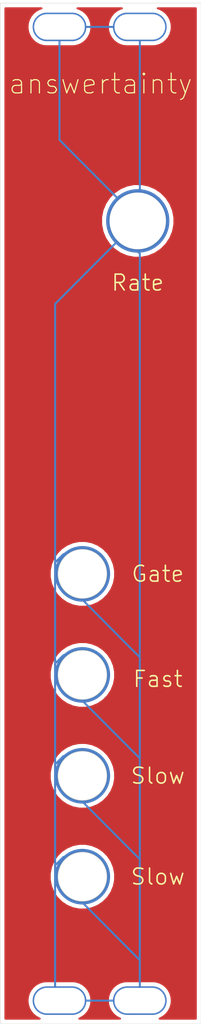
<source format=kicad_pcb>
(kicad_pcb (version 20171130) (host pcbnew "(5.1.6)-1")

  (general
    (thickness 1.6)
    (drawings 15)
    (tracks 35)
    (zones 0)
    (modules 9)
    (nets 1)
  )

  (page A4)
  (layers
    (0 F.Cu signal)
    (31 B.Cu signal)
    (32 B.Adhes user)
    (33 F.Adhes user)
    (34 B.Paste user)
    (35 F.Paste user)
    (36 B.SilkS user)
    (37 F.SilkS user)
    (38 B.Mask user)
    (39 F.Mask user)
    (40 Dwgs.User user)
    (41 Cmts.User user)
    (42 Eco1.User user)
    (43 Eco2.User user)
    (44 Edge.Cuts user)
    (45 Margin user)
    (46 B.CrtYd user)
    (47 F.CrtYd user)
    (48 B.Fab user)
    (49 F.Fab user)
  )

  (setup
    (last_trace_width 0.25)
    (trace_clearance 0.2)
    (zone_clearance 0.508)
    (zone_45_only no)
    (trace_min 0.2)
    (via_size 0.8)
    (via_drill 0.4)
    (via_min_size 0.4)
    (via_min_drill 0.3)
    (uvia_size 0.3)
    (uvia_drill 0.1)
    (uvias_allowed no)
    (uvia_min_size 0.2)
    (uvia_min_drill 0.1)
    (edge_width 0.05)
    (segment_width 0.2)
    (pcb_text_width 0.3)
    (pcb_text_size 1.5 1.5)
    (mod_edge_width 0.12)
    (mod_text_size 1 1)
    (mod_text_width 0.15)
    (pad_size 6.1 6.1)
    (pad_drill 0.762)
    (pad_to_mask_clearance 0.05)
    (aux_axis_origin 0 0)
    (visible_elements 7FFFEFFF)
    (pcbplotparams
      (layerselection 0x010f0_ffffffff)
      (usegerberextensions false)
      (usegerberattributes true)
      (usegerberadvancedattributes true)
      (creategerberjobfile true)
      (excludeedgelayer true)
      (linewidth 0.100000)
      (plotframeref false)
      (viasonmask false)
      (mode 1)
      (useauxorigin false)
      (hpglpennumber 1)
      (hpglpenspeed 20)
      (hpglpendiameter 15.000000)
      (psnegative false)
      (psa4output false)
      (plotreference true)
      (plotvalue true)
      (plotinvisibletext false)
      (padsonsilk false)
      (subtractmaskfromsilk false)
      (outputformat 1)
      (mirror false)
      (drillshape 0)
      (scaleselection 1)
      (outputdirectory "../gerbers/front panel/"))
  )

  (net 0 "")

  (net_class Default "This is the default net class."
    (clearance 0.2)
    (trace_width 0.25)
    (via_dia 0.8)
    (via_drill 0.4)
    (uvia_dia 0.3)
    (uvia_drill 0.1)
  )

  (module PJ302M:pot_hole_7.1 (layer F.Cu) (tedit 5F259599) (tstamp 5F238073)
    (at 119 78.22)
    (fp_text reference REF** (at 0 0.5) (layer F.Fab)
      (effects (font (size 1 1) (thickness 0.15)))
    )
    (fp_text value pot_hole_7.1 (at 0 -5.08) (layer F.Fab)
      (effects (font (size 1 1) (thickness 0.15)))
    )
    (pad "" np_thru_hole circle (at 0 0) (size 8 8) (drill 7.1) (layers *.Cu *.Mask))
  )

  (module PJ302M:jack_hole_6.1 (layer F.Cu) (tedit 5F25956A) (tstamp 5F238207)
    (at 112 122.65)
    (fp_text reference REF** (at 0 0.5) (layer F.Fab)
      (effects (font (size 1 1) (thickness 0.15)))
    )
    (fp_text value jack_hole_6.1 (at 0 -3.81) (layer F.Fab)
      (effects (font (size 1 1) (thickness 0.15)))
    )
    (pad "" np_thru_hole circle (at 0 0 90) (size 7 7) (drill 6.1) (layers *.Cu *.Mask))
  )

  (module PJ302M:jack_hole_6.1 (layer F.Cu) (tedit 5F25956A) (tstamp 5F23822E)
    (at 112 135.37)
    (fp_text reference REF** (at 0 0.5) (layer F.SilkS)
      (effects (font (size 1 1) (thickness 0.15)))
    )
    (fp_text value jack_hole_6.1 (at 0 -3.81) (layer F.Fab)
      (effects (font (size 1 1) (thickness 0.15)))
    )
    (pad "" np_thru_hole circle (at 0 0 90) (size 7 7) (drill 6.1) (layers *.Cu *.Mask))
  )

  (module PJ302M:jack_hole_6.1 (layer F.Cu) (tedit 5F25956A) (tstamp 5F23825D)
    (at 112 148.07)
    (fp_text reference REF** (at 0 0.5) (layer F.SilkS)
      (effects (font (size 1 1) (thickness 0.15)))
    )
    (fp_text value jack_hole_6.1 (at 0 -3.81) (layer F.Fab)
      (effects (font (size 1 1) (thickness 0.15)))
    )
    (pad "" np_thru_hole circle (at 0 0 90) (size 7 7) (drill 6.1) (layers *.Cu *.Mask))
  )

  (module PJ302M:jack_hole_6.1 (layer F.Cu) (tedit 5F25956A) (tstamp 5F23826C)
    (at 112 160.77)
    (fp_text reference REF** (at 0 0.5) (layer F.SilkS)
      (effects (font (size 1 1) (thickness 0.15)))
    )
    (fp_text value jack_hole_6.1 (at 0 -3.81) (layer F.Fab)
      (effects (font (size 1 1) (thickness 0.15)))
    )
    (pad "" np_thru_hole circle (at 0 0 90) (size 7 7) (drill 6.1) (layers *.Cu *.Mask))
  )

  (module PJ302M:screw_hole_3.2 (layer F.Cu) (tedit 5F2595AA) (tstamp 5F24CA6F)
    (at 109.1 53.8)
    (fp_text reference REF** (at 0 0.5) (layer F.SilkS)
      (effects (font (size 1 1) (thickness 0.15)))
    )
    (fp_text value screw_hole_3.2 (at 0 -2.54) (layer F.Fab)
      (effects (font (size 1 1) (thickness 0.15)))
    )
    (pad "" np_thru_hole oval (at 0 0 90) (size 3.6 6.8) (drill oval 3.2 6.4) (layers *.Cu *.Mask))
  )

  (module PJ302M:screw_hole_3.2 (layer F.Cu) (tedit 5F2595AA) (tstamp 5F24CAB4)
    (at 119.26 53.8)
    (fp_text reference REF** (at 0 0.5) (layer F.SilkS)
      (effects (font (size 1 1) (thickness 0.15)))
    )
    (fp_text value screw_hole_3.2 (at 0 -2.54) (layer F.Fab)
      (effects (font (size 1 1) (thickness 0.15)))
    )
    (pad "" np_thru_hole oval (at 0 0 90) (size 3.6 6.8) (drill oval 3.2 6.4) (layers *.Cu *.Mask))
  )

  (module PJ302M:screw_hole_3.2 (layer F.Cu) (tedit 5F2595AA) (tstamp 5F24CAC5)
    (at 119.26 176.37)
    (fp_text reference REF** (at 0 0.5) (layer F.SilkS)
      (effects (font (size 1 1) (thickness 0.15)))
    )
    (fp_text value screw_hole_3.2 (at 0 -2.54) (layer F.Fab)
      (effects (font (size 1 1) (thickness 0.15)))
    )
    (pad "" np_thru_hole oval (at 0 0 90) (size 3.6 6.8) (drill oval 3.2 6.4) (layers *.Cu *.Mask))
  )

  (module PJ302M:screw_hole_3.2 (layer F.Cu) (tedit 5F2595AA) (tstamp 5F24CAD6)
    (at 109.1 176.37)
    (fp_text reference REF** (at 0 0.5) (layer F.SilkS)
      (effects (font (size 1 1) (thickness 0.15)))
    )
    (fp_text value screw_hole_3.2 (at 0 -2.54) (layer F.Fab)
      (effects (font (size 1 1) (thickness 0.15)))
    )
    (pad "" np_thru_hole oval (at 0 0 90) (size 3.6 6.8) (drill oval 3.2 6.4) (layers *.Cu *.Mask))
  )

  (gr_text answertainty (at 114.3 60.96) (layer F.SilkS)
    (effects (font (size 2.5 2.5) (thickness 0.15)))
  )
  (gr_circle (center 119 78.22) (end 122.55 78.22) (layer Edge.Cuts) (width 0.05))
  (gr_text Gate (at 121.54 122.65) (layer F.SilkS) (tstamp 5F23175D)
    (effects (font (size 2 2) (thickness 0.2)))
  )
  (gr_text Fast (at 121.54 135.89) (layer F.SilkS) (tstamp 5F23174B)
    (effects (font (size 2 2) (thickness 0.2)))
  )
  (gr_text Slow (at 121.54 148.07) (layer F.SilkS) (tstamp 5F231737)
    (effects (font (size 2 2) (thickness 0.2)))
  )
  (gr_text Slow (at 121.54 160.77) (layer F.SilkS) (tstamp 5F231719)
    (effects (font (size 2 2) (thickness 0.2)))
  )
  (gr_text Rate (at 119 86) (layer F.SilkS)
    (effects (font (size 2 2) (thickness 0.2)))
  )
  (gr_circle (center 112 160.77) (end 115.05 160.77) (layer Edge.Cuts) (width 0.15) (tstamp 5F231669))
  (gr_circle (center 112 148.07) (end 115.05 148.07) (layer Edge.Cuts) (width 0.15) (tstamp 5F23162F))
  (gr_circle (center 112 135.37) (end 115.05 135.37) (layer Edge.Cuts) (width 0.15) (tstamp 5F2315FD))
  (gr_circle (center 112 122.65) (end 115.05 122.65) (layer Edge.Cuts) (width 0.15))
  (gr_line (start 101.6 179.3) (end 127 179.3) (layer Edge.Cuts) (width 0.05) (tstamp 5F230F82))
  (gr_line (start 127 50.8) (end 101.6 50.8) (layer Edge.Cuts) (width 0.05) (tstamp 5F230F7E))
  (gr_line (start 127 50.8) (end 127 179.3) (layer Edge.Cuts) (width 0.05) (tstamp 5F230CDF))
  (gr_line (start 101.6 50.8) (end 101.6 179.3) (layer Edge.Cuts) (width 0.05))

  (segment (start 112 160.77) (end 112 160.26) (width 0.25) (layer B.Cu) (net 0))
  (segment (start 109.1 176.37) (end 108.546909 175.816909) (width 0.25) (layer B.Cu) (net 0))
  (segment (start 111.081142 158.28448) (end 110.991493 158.319486) (width 0.25) (layer B.Cu) (net 0))
  (segment (start 112 160.77) (end 112 159.203338) (width 0.25) (layer B.Cu) (net 0))
  (segment (start 112 159.203338) (end 111.081142 158.28448) (width 0.25) (layer B.Cu) (net 0))
  (segment (start 119.26 74.248213) (end 119.346949 74.335162) (width 0.25) (layer B.Cu) (net 0))
  (segment (start 119.26 82.348785) (end 119.032787 82.121572) (width 0.25) (layer B.Cu) (net 0))
  (segment (start 109.1 53.8) (end 119.26 53.8) (width 0.25) (layer B.Cu) (net 0))
  (segment (start 109.1 53.8) (end 109.1 68.018875) (width 0.25) (layer B.Cu) (net 0))
  (segment (start 109.1 68.018875) (end 116.395748 75.314623) (width 0.25) (layer B.Cu) (net 0))
  (segment (start 119.26 53.8) (end 119.26 74.248213) (width 0.25) (layer B.Cu) (net 0))
  (segment (start 108.546909 88.673091) (end 116.239685 80.980316) (width 0.25) (layer B.Cu) (net 0))
  (segment (start 109.521699 158.360435) (end 109.610099 158.280451) (width 0.25) (layer B.Cu) (net 0))
  (segment (start 108.546909 159.335225) (end 109.521699 158.360435) (width 0.25) (layer B.Cu) (net 0))
  (segment (start 109.521699 145.660435) (end 109.610099 145.580451) (width 0.25) (layer B.Cu) (net 0))
  (segment (start 108.546909 175.816909) (end 108.546909 146.635225) (width 0.25) (layer B.Cu) (net 0))
  (segment (start 108.546909 146.635225) (end 109.521699 145.660435) (width 0.25) (layer B.Cu) (net 0))
  (segment (start 109.521699 132.960435) (end 109.610099 132.880451) (width 0.25) (layer B.Cu) (net 0))
  (segment (start 108.546909 133.935225) (end 109.521699 132.960435) (width 0.25) (layer B.Cu) (net 0))
  (segment (start 108.546909 175.816909) (end 108.546909 133.935225) (width 0.25) (layer B.Cu) (net 0))
  (segment (start 109.521699 120.240435) (end 109.610099 120.160451) (width 0.25) (layer B.Cu) (net 0))
  (segment (start 108.546909 121.215225) (end 109.521699 120.240435) (width 0.25) (layer B.Cu) (net 0))
  (segment (start 108.546909 175.816909) (end 108.546909 88.673091) (width 0.25) (layer B.Cu) (net 0))
  (segment (start 108.546909 175.816909) (end 108.546909 121.215225) (width 0.25) (layer B.Cu) (net 0))
  (segment (start 108.546909 175.816909) (end 108.546909 159.335225) (width 0.25) (layer B.Cu) (net 0))
  (segment (start 119.26 176.37) (end 109.1 176.37) (width 0.25) (layer B.Cu) (net 0))
  (segment (start 119.26 176.37) (end 119.26 133.159683) (width 0.25) (layer B.Cu) (net 0))
  (segment (start 119.26 158.579683) (end 112.195769 151.515452) (width 0.25) (layer B.Cu) (net 0))
  (segment (start 119.26 145.879683) (end 112.195769 138.815452) (width 0.25) (layer B.Cu) (net 0))
  (segment (start 119.26 176.37) (end 119.26 145.879683) (width 0.25) (layer B.Cu) (net 0))
  (segment (start 119.26 176.37) (end 119.26 158.579683) (width 0.25) (layer B.Cu) (net 0))
  (segment (start 119.26 176.37) (end 119.26 171.279683) (width 0.25) (layer B.Cu) (net 0))
  (segment (start 119.26 171.279683) (end 112.195769 164.215452) (width 0.25) (layer B.Cu) (net 0))
  (segment (start 119.26 176.37) (end 119.26 82.348785) (width 0.25) (layer B.Cu) (net 0))
  (segment (start 119.26 133.159683) (end 112.195769 126.095452) (width 0.25) (layer B.Cu) (net 0))

  (zone (net 0) (net_name "") (layer F.Cu) (tstamp 60808524) (hatch edge 0.508)
    (connect_pads (clearance 0.508))
    (min_thickness 0.254)
    (fill yes (arc_segments 32) (thermal_gap 0.508) (thermal_bridge_width 0.508))
    (polygon
      (pts
        (xy 127 179.07) (xy 101.6 179.07) (xy 101.6 50.8) (xy 127 50.8)
      )
    )
    (filled_polygon
      (pts
        (xy 106.563657 51.539469) (xy 106.140641 51.765576) (xy 105.769865 52.069865) (xy 105.465576 52.440641) (xy 105.239469 52.863657)
        (xy 105.100233 53.322657) (xy 105.053219 53.8) (xy 105.100233 54.277343) (xy 105.239469 54.736343) (xy 105.465576 55.159359)
        (xy 105.769865 55.530135) (xy 106.140641 55.834424) (xy 106.563657 56.060531) (xy 107.022657 56.199767) (xy 107.380385 56.235)
        (xy 110.819615 56.235) (xy 111.177343 56.199767) (xy 111.636343 56.060531) (xy 112.059359 55.834424) (xy 112.430135 55.530135)
        (xy 112.734424 55.159359) (xy 112.960531 54.736343) (xy 113.099767 54.277343) (xy 113.146781 53.8) (xy 113.099767 53.322657)
        (xy 112.960531 52.863657) (xy 112.734424 52.440641) (xy 112.430135 52.069865) (xy 112.059359 51.765576) (xy 111.636343 51.539469)
        (xy 111.374369 51.46) (xy 116.985631 51.46) (xy 116.723657 51.539469) (xy 116.300641 51.765576) (xy 115.929865 52.069865)
        (xy 115.625576 52.440641) (xy 115.399469 52.863657) (xy 115.260233 53.322657) (xy 115.213219 53.8) (xy 115.260233 54.277343)
        (xy 115.399469 54.736343) (xy 115.625576 55.159359) (xy 115.929865 55.530135) (xy 116.300641 55.834424) (xy 116.723657 56.060531)
        (xy 117.182657 56.199767) (xy 117.540385 56.235) (xy 120.979615 56.235) (xy 121.337343 56.199767) (xy 121.796343 56.060531)
        (xy 122.219359 55.834424) (xy 122.590135 55.530135) (xy 122.894424 55.159359) (xy 123.120531 54.736343) (xy 123.259767 54.277343)
        (xy 123.306781 53.8) (xy 123.259767 53.322657) (xy 123.120531 52.863657) (xy 122.894424 52.440641) (xy 122.590135 52.069865)
        (xy 122.219359 51.765576) (xy 121.796343 51.539469) (xy 121.534369 51.46) (xy 126.34 51.46) (xy 126.340001 178.64)
        (xy 121.765128 178.64) (xy 121.796343 178.630531) (xy 122.219359 178.404424) (xy 122.590135 178.100135) (xy 122.894424 177.729359)
        (xy 123.120531 177.306343) (xy 123.259767 176.847343) (xy 123.306781 176.37) (xy 123.259767 175.892657) (xy 123.120531 175.433657)
        (xy 122.894424 175.010641) (xy 122.590135 174.639865) (xy 122.219359 174.335576) (xy 121.796343 174.109469) (xy 121.337343 173.970233)
        (xy 120.979615 173.935) (xy 117.540385 173.935) (xy 117.182657 173.970233) (xy 116.723657 174.109469) (xy 116.300641 174.335576)
        (xy 115.929865 174.639865) (xy 115.625576 175.010641) (xy 115.399469 175.433657) (xy 115.260233 175.892657) (xy 115.213219 176.37)
        (xy 115.260233 176.847343) (xy 115.399469 177.306343) (xy 115.625576 177.729359) (xy 115.929865 178.100135) (xy 116.300641 178.404424)
        (xy 116.723657 178.630531) (xy 116.754872 178.64) (xy 111.605128 178.64) (xy 111.636343 178.630531) (xy 112.059359 178.404424)
        (xy 112.430135 178.100135) (xy 112.734424 177.729359) (xy 112.960531 177.306343) (xy 113.099767 176.847343) (xy 113.146781 176.37)
        (xy 113.099767 175.892657) (xy 112.960531 175.433657) (xy 112.734424 175.010641) (xy 112.430135 174.639865) (xy 112.059359 174.335576)
        (xy 111.636343 174.109469) (xy 111.177343 173.970233) (xy 110.819615 173.935) (xy 107.380385 173.935) (xy 107.022657 173.970233)
        (xy 106.563657 174.109469) (xy 106.140641 174.335576) (xy 105.769865 174.639865) (xy 105.465576 175.010641) (xy 105.239469 175.433657)
        (xy 105.100233 175.892657) (xy 105.053219 176.37) (xy 105.100233 176.847343) (xy 105.239469 177.306343) (xy 105.465576 177.729359)
        (xy 105.769865 178.100135) (xy 106.140641 178.404424) (xy 106.563657 178.630531) (xy 106.594872 178.64) (xy 102.26 178.64)
        (xy 102.26 160.362738) (xy 107.865 160.362738) (xy 107.865 161.177262) (xy 108.023906 161.976135) (xy 108.335611 162.728657)
        (xy 108.788136 163.405909) (xy 109.364091 163.981864) (xy 110.041343 164.434389) (xy 110.793865 164.746094) (xy 111.592738 164.905)
        (xy 112.407262 164.905) (xy 113.206135 164.746094) (xy 113.958657 164.434389) (xy 114.635909 163.981864) (xy 115.211864 163.405909)
        (xy 115.664389 162.728657) (xy 115.976094 161.976135) (xy 116.135 161.177262) (xy 116.135 160.362738) (xy 115.976094 159.563865)
        (xy 115.664389 158.811343) (xy 115.211864 158.134091) (xy 114.635909 157.558136) (xy 113.958657 157.105611) (xy 113.206135 156.793906)
        (xy 112.407262 156.635) (xy 111.592738 156.635) (xy 110.793865 156.793906) (xy 110.041343 157.105611) (xy 109.364091 157.558136)
        (xy 108.788136 158.134091) (xy 108.335611 158.811343) (xy 108.023906 159.563865) (xy 107.865 160.362738) (xy 102.26 160.362738)
        (xy 102.26 147.662738) (xy 107.865 147.662738) (xy 107.865 148.477262) (xy 108.023906 149.276135) (xy 108.335611 150.028657)
        (xy 108.788136 150.705909) (xy 109.364091 151.281864) (xy 110.041343 151.734389) (xy 110.793865 152.046094) (xy 111.592738 152.205)
        (xy 112.407262 152.205) (xy 113.206135 152.046094) (xy 113.958657 151.734389) (xy 114.635909 151.281864) (xy 115.211864 150.705909)
        (xy 115.664389 150.028657) (xy 115.976094 149.276135) (xy 116.135 148.477262) (xy 116.135 147.662738) (xy 115.976094 146.863865)
        (xy 115.664389 146.111343) (xy 115.211864 145.434091) (xy 114.635909 144.858136) (xy 113.958657 144.405611) (xy 113.206135 144.093906)
        (xy 112.407262 143.935) (xy 111.592738 143.935) (xy 110.793865 144.093906) (xy 110.041343 144.405611) (xy 109.364091 144.858136)
        (xy 108.788136 145.434091) (xy 108.335611 146.111343) (xy 108.023906 146.863865) (xy 107.865 147.662738) (xy 102.26 147.662738)
        (xy 102.26 134.962738) (xy 107.865 134.962738) (xy 107.865 135.777262) (xy 108.023906 136.576135) (xy 108.335611 137.328657)
        (xy 108.788136 138.005909) (xy 109.364091 138.581864) (xy 110.041343 139.034389) (xy 110.793865 139.346094) (xy 111.592738 139.505)
        (xy 112.407262 139.505) (xy 113.206135 139.346094) (xy 113.958657 139.034389) (xy 114.635909 138.581864) (xy 115.211864 138.005909)
        (xy 115.664389 137.328657) (xy 115.976094 136.576135) (xy 116.135 135.777262) (xy 116.135 134.962738) (xy 115.976094 134.163865)
        (xy 115.664389 133.411343) (xy 115.211864 132.734091) (xy 114.635909 132.158136) (xy 113.958657 131.705611) (xy 113.206135 131.393906)
        (xy 112.407262 131.235) (xy 111.592738 131.235) (xy 110.793865 131.393906) (xy 110.041343 131.705611) (xy 109.364091 132.158136)
        (xy 108.788136 132.734091) (xy 108.335611 133.411343) (xy 108.023906 134.163865) (xy 107.865 134.962738) (xy 102.26 134.962738)
        (xy 102.26 122.242738) (xy 107.865 122.242738) (xy 107.865 123.057262) (xy 108.023906 123.856135) (xy 108.335611 124.608657)
        (xy 108.788136 125.285909) (xy 109.364091 125.861864) (xy 110.041343 126.314389) (xy 110.793865 126.626094) (xy 111.592738 126.785)
        (xy 112.407262 126.785) (xy 113.206135 126.626094) (xy 113.958657 126.314389) (xy 114.635909 125.861864) (xy 115.211864 125.285909)
        (xy 115.664389 124.608657) (xy 115.976094 123.856135) (xy 116.135 123.057262) (xy 116.135 122.242738) (xy 115.976094 121.443865)
        (xy 115.664389 120.691343) (xy 115.211864 120.014091) (xy 114.635909 119.438136) (xy 113.958657 118.985611) (xy 113.206135 118.673906)
        (xy 112.407262 118.515) (xy 111.592738 118.515) (xy 110.793865 118.673906) (xy 110.041343 118.985611) (xy 109.364091 119.438136)
        (xy 108.788136 120.014091) (xy 108.335611 120.691343) (xy 108.023906 121.443865) (xy 107.865 122.242738) (xy 102.26 122.242738)
        (xy 102.26 77.763492) (xy 114.365 77.763492) (xy 114.365 78.676508) (xy 114.54312 79.57198) (xy 114.892516 80.415496)
        (xy 115.39976 81.17464) (xy 116.04536 81.82024) (xy 116.804504 82.327484) (xy 117.64802 82.67688) (xy 118.543492 82.855)
        (xy 119.456508 82.855) (xy 120.35198 82.67688) (xy 121.195496 82.327484) (xy 121.95464 81.82024) (xy 122.60024 81.17464)
        (xy 123.107484 80.415496) (xy 123.45688 79.57198) (xy 123.635 78.676508) (xy 123.635 77.763492) (xy 123.45688 76.86802)
        (xy 123.107484 76.024504) (xy 122.60024 75.26536) (xy 121.95464 74.61976) (xy 121.195496 74.112516) (xy 120.35198 73.76312)
        (xy 119.456508 73.585) (xy 118.543492 73.585) (xy 117.64802 73.76312) (xy 116.804504 74.112516) (xy 116.04536 74.61976)
        (xy 115.39976 75.26536) (xy 114.892516 76.024504) (xy 114.54312 76.86802) (xy 114.365 77.763492) (xy 102.26 77.763492)
        (xy 102.26 51.46) (xy 106.825631 51.46)
      )
    )
  )
)

</source>
